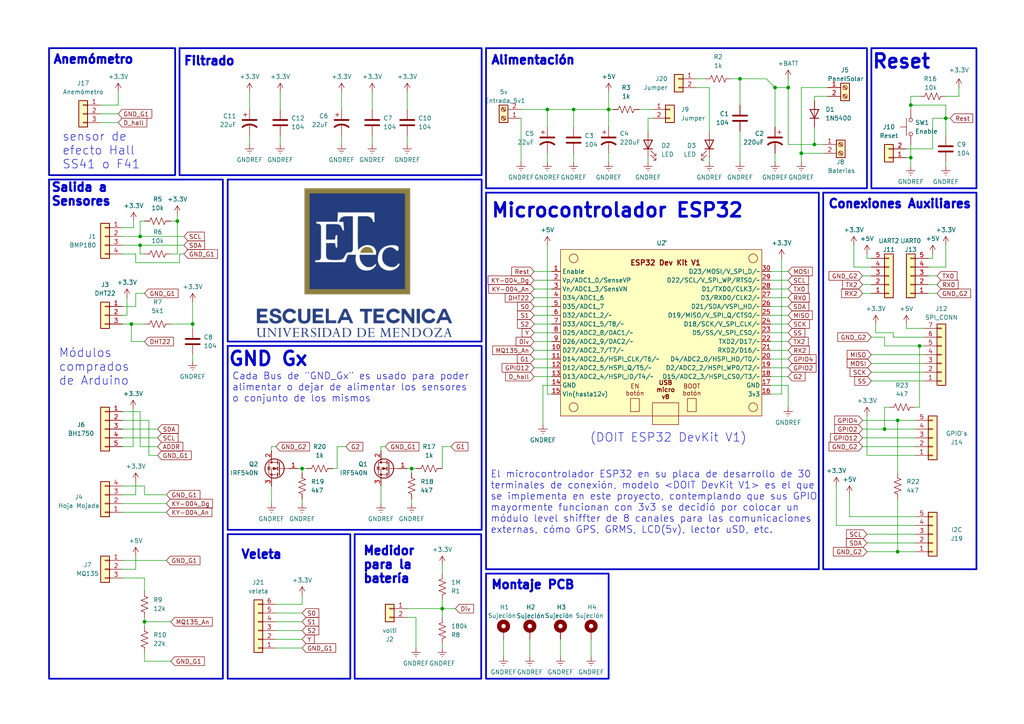
<source format=kicad_sch>
(kicad_sch (version 20231120) (generator "eeschema") (generator_version "8.0")
  (paper "A4")
  (title_block (title "Main Board EME (Estación Meteorológica Estática)") (date "2024-06-17") (rev "2.0") (company "ETec UM (Escuela Técnica de la Universidad de Mendoza).") (comment 1 "Agregado del manejo independiente de alimentaciones, según bloques de sensores.") (comment 2 "Codificador 74HC251 (no el LS ya que ese es TTL) para veleta y ahorrar pines.") (comment 3 "DOIT ESP32 DevKit V1, con regulador AMS1117 3.3 hasta 1A.") (comment 4 "Asegurar huella necesaria para el potenciometro del coomparador para el sensor SS41."))
  (lib_symbols
    (symbol "Connector:Screw_Terminal_01x02" (pin_names (offset 1.016) hide)
      (property "Reference" "J" (at 0 2.54 0))
      (property "Value" "Screw_Terminal_01x02" (at 0 -5.08 0))
      (symbol "Screw_Terminal_01x02_1_1"
        (pin passive line (at -5.08 0 0) (length 3.81) (name "Pin_1") (number "1"))
        (pin passive line (at -5.08 -2.54 0) (length 3.81) (name "Pin_2") (number "2"))
      )
    )
    (symbol "Connector_Generic:Conn_01x02" (pin_names (offset 1.016) hide)
      (property "Reference" "J" (at 0 2.54 0))
      (property "Value" "Conn_01x02" (at 0 -5.08 0))
      (symbol "Conn_01x02_1_1"
        (pin passive line (at -5.08 0 0) (length 3.81) (name "Pin_1") (number "1"))
        (pin passive line (at -5.08 -2.54 0) (length 3.81) (name "Pin_2") (number "2"))
      )
    )
    (symbol "Connector_Generic:Conn_01x03" (pin_names (offset 1.016) hide)
      (property "Reference" "J" (at 0 5.08 0))
      (property "Value" "Conn_01x03" (at 0 -5.08 0))
      (symbol "Conn_01x03_1_1"
        (pin passive line (at -5.08 2.54 0) (length 3.81) (name "Pin_1") (number "1"))
        (pin passive line (at -5.08 0 0) (length 3.81) (name "Pin_2") (number "2"))
        (pin passive line (at -5.08 -2.54 0) (length 3.81) (name "Pin_3") (number "3"))
      )
    )
    (symbol "Connector_Generic:Conn_01x04" (pin_names (offset 1.016) hide)
      (property "Reference" "J" (at 0 5.08 0))
      (property "Value" "Conn_01x04" (at 0 -7.62 0))
      (symbol "Conn_01x04_1_1"
        (pin passive line (at -5.08 2.54 0) (length 3.81) (name "Pin_1") (number "1"))
        (pin passive line (at -5.08 0 0) (length 3.81) (name "Pin_2") (number "2"))
        (pin passive line (at -5.08 -2.54 0) (length 3.81) (name "Pin_3") (number "3"))
        (pin passive line (at -5.08 -5.08 0) (length 3.81) (name "Pin_4") (number "4"))
      )
    )
    (symbol "Connector_Generic:Conn_01x05" (pin_names (offset 1.016) hide)
      (property "Reference" "J" (at 0 7.62 0))
      (property "Value" "Conn_01x05" (at 0 -7.62 0))
      (symbol "Conn_01x05_1_1"
        (pin passive line (at -5.08 5.08 0) (length 3.81) (name "Pin_1") (number "1"))
        (pin passive line (at -5.08 2.54 0) (length 3.81) (name "Pin_2") (number "2"))
        (pin passive line (at -5.08 0 0) (length 3.81) (name "Pin_3") (number "3"))
        (pin passive line (at -5.08 -2.54 0) (length 3.81) (name "Pin_4") (number "4"))
        (pin passive line (at -5.08 -5.08 0) (length 3.81) (name "Pin_5") (number "5"))
      )
    )
    (symbol "Connector_Generic:Conn_01x06" (pin_names (offset 1.016) hide)
      (property "Reference" "J" (at 0 7.62 0))
      (property "Value" "Conn_01x06" (at 0 -10.16 0))
      (symbol "Conn_01x06_1_1"
        (pin passive line (at -5.08 5.08 0) (length 3.81) (name "Pin_1") (number "1"))
        (pin passive line (at -5.08 2.54 0) (length 3.81) (name "Pin_2") (number "2"))
        (pin passive line (at -5.08 0 0) (length 3.81) (name "Pin_3") (number "3"))
        (pin passive line (at -5.08 -2.54 0) (length 3.81) (name "Pin_4") (number "4"))
        (pin passive line (at -5.08 -5.08 0) (length 3.81) (name "Pin_5") (number "5"))
        (pin passive line (at -5.08 -7.62 0) (length 3.81) (name "Pin_6") (number "6"))
      )
    )
    (symbol "Connector_Generic:Conn_01x07" (pin_names (offset 1.016) hide)
      (property "Reference" "J" (at 0 10.16 0))
      (property "Value" "Conn_01x07" (at 0 -10.16 0))
      (symbol "Conn_01x07_1_1"
        (pin passive line (at -5.08 7.62 0) (length 3.81) (name "Pin_1") (number "1"))
        (pin passive line (at -5.08 5.08 0) (length 3.81) (name "Pin_2") (number "2"))
        (pin passive line (at -5.08 2.54 0) (length 3.81) (name "Pin_3") (number "3"))
        (pin passive line (at -5.08 0 0) (length 3.81) (name "Pin_4") (number "4"))
        (pin passive line (at -5.08 -2.54 0) (length 3.81) (name "Pin_5") (number "5"))
        (pin passive line (at -5.08 -5.08 0) (length 3.81) (name "Pin_6") (number "6"))
        (pin passive line (at -5.08 -7.62 0) (length 3.81) (name "Pin_7") (number "7"))
      )
    )
    (symbol "Device:C" (pin_numbers hide) (pin_names (offset 0.254))
      (property "Reference" "C" (at 0.635 2.54 0))
      (property "Value" "C" (at 0.635 -2.54 0))
      (symbol "C_1_1"
        (pin passive line (at 0 3.81 270) (length 2.794) (name "~") (number "1"))
        (pin passive line (at 0 -3.81 90) (length 2.794) (name "~") (number "2"))
      )
    )
    (symbol "Device:C_Polarized_US" (pin_numbers hide) (pin_names (offset 0.254) hide)
      (property "Reference" "C" (at 0.635 2.54 0))
      (property "Value" "C_Polarized_US" (at 0.635 -2.54 0))
      (symbol "C_Polarized_US_1_1"
        (pin passive line (at 0 3.81 270) (length 2.794) (name "~") (number "1"))
        (pin passive line (at 0 -3.81 90) (length 3.302) (name "~") (number "2"))
      )
    )
    (symbol "Device:LED" (pin_numbers hide) (pin_names (offset 1.016) hide)
      (property "Reference" "D" (at 0 2.54 0))
      (property "Value" "LED" (at 0 -2.54 0))
      (symbol "LED_1_1"
        (pin passive line (at -3.81 0 0) (length 2.54) (name "K") (number "1"))
        (pin passive line (at 3.81 0 180) (length 2.54) (name "A") (number "2"))
      )
    )
    (symbol "Device:R_US" (pin_numbers hide) (pin_names (offset 0))
      (property "Reference" "R" (at 2.54 0 90))
      (property "Value" "R_US" (at -2.54 0 90))
      (symbol "R_US_1_1"
        (pin passive line (at 0 3.81 270) (length 1.27) (name "~") (number "1"))
        (pin passive line (at 0 -3.81 90) (length 1.27) (name "~") (number "2"))
      )
    )
    (symbol "Diode:1N5400" (pin_numbers hide) (pin_names hide)
      (property "Reference" "D" (at 0 2.54 0))
      (property "Value" "1N5400" (at 0 -2.54 0))
      (symbol "1N5400_1_1"
        (pin passive line (at -3.81 0 0) (length 2.54) (name "K") (number "1"))
        (pin passive line (at 3.81 0 180) (length 2.54) (name "A") (number "2"))
      )
    )
    (symbol "EME:ESP32_DevKit_V1"
      (property "Reference" "U" (at 0 0 0))
      (symbol "ESP32_DevKit_V1_1_1"
        (text "BOOT\nbotón\n" (at 7.62 -43.18 0) (effects (font (size 1.27 1.27))))
        (text "EN\nbotón\n" (at -8.89 -43.18 0) (effects (font (size 1.27 1.27))))
        (text "ESP32 Dev Kit V1\n" (at 0 -6.35 0) (effects (font (size 1.5 1.5) (bold yes))))
        (text "USB\nmicro\nv8\n" (at 0 -43.18 0) (effects (font (size 1.27 1.27) (bold yes))))
        (pin input line (at -33.02 -8.89 0) (length 2.54) (name "Enable") (number "1"))
        (pin bidirectional line (at -33.02 -31.75 0) (length 2.54) (name "D27/ADC2_7/T7/~") (number "10"))
        (pin bidirectional line (at -33.02 -34.29 0) (length 2.54) (name "D14/ADC2_6/HSPI_CLK/T6/~") (number "11"))
        (pin bidirectional line (at -33.02 -36.83 0) (length 2.54) (name "D12/ADC2_5/HSPI_Q/T5/~") (number "12"))
        (pin bidirectional line (at -33.02 -39.37 0) (length 2.54) (name "D13/ADC2_4/HSPI_ID/T4/~") (number "13"))
        (pin power_out line (at -33.02 -41.91 0) (length 2.54) (name "GND") (number "14"))
        (pin power_in line (at -33.02 -44.45 0) (length 2.54) (name "Vin(hasta12v)") (number "15"))
        (pin power_out line (at 30.48 -44.45 180) (length 2.54) (name "3v3") (number "16"))
        (pin power_in line (at 30.48 -41.91 180) (length 2.54) (name "GND") (number "17"))
        (pin bidirectional line (at 30.48 -39.37 180) (length 2.54) (name "D15/ADC2_3/HSPI_CS0/T3/~") (number "18"))
        (pin bidirectional line (at 30.48 -36.83 180) (length 2.54) (name "D2/ADC2_2/HSPI_WP0/T2/~") (number "19"))
        (pin input line (at -33.02 -11.43 0) (length 2.54) (name "Vp/ADC1_0/SenseVP") (number "2"))
        (pin bidirectional line (at 30.48 -34.29 180) (length 2.54) (name "D4/ADC2_0/HSPI_HD/T0/~") (number "20"))
        (pin bidirectional line (at 30.48 -31.75 180) (length 2.54) (name "RXD2/D16/~") (number "21"))
        (pin bidirectional line (at 30.48 -29.21 180) (length 2.54) (name "TXD2/D17/~") (number "22"))
        (pin bidirectional line (at 30.48 -26.67 180) (length 2.54) (name "D5/SS/V_SPI_CS0/~") (number "23"))
        (pin bidirectional line (at 30.48 -24.13 180) (length 2.54) (name "D18/SCK/V_SPI_CLK/~") (number "24"))
        (pin bidirectional line (at 30.48 -21.59 180) (length 2.54) (name "D19/MISO/V_SPI_Q/CTS0/~") (number "25"))
        (pin bidirectional line (at 30.48 -19.05 180) (length 2.54) (name "D21/SDA/VSPI_HD/~") (number "26"))
        (pin bidirectional line (at 30.48 -16.51 180) (length 2.54) (name "D3/RXD0/CLK2/~") (number "27"))
        (pin bidirectional line (at 30.48 -13.97 180) (length 2.54) (name "D1/TXD0/CLK3/~") (number "28"))
        (pin bidirectional line (at 30.48 -11.43 180) (length 2.54) (name "D22/SCL/V_SPI_WP/RTS0/~") (number "29"))
        (pin input line (at -33.02 -13.97 0) (length 2.54) (name "Vn/ADC1_3/SensVN") (number "3"))
        (pin bidirectional line (at 30.48 -8.89 180) (length 2.54) (name "D23/MOSI/V_SPI_D/~") (number "30"))
        (pin input line (at -33.02 -16.51 0) (length 2.54) (name "D34/ADC1_6") (number "4"))
        (pin input line (at -33.02 -19.05 0) (length 2.54) (name "D35/ADC1_7") (number "5"))
        (pin bidirectional line (at -33.02 -21.59 0) (length 2.54) (name "D32/ADC1_2/~") (number "6"))
        (pin bidirectional line (at -33.02 -24.13 0) (length 2.54) (name "D33/ADC1_5/T8/~") (number "7"))
        (pin bidirectional line (at -33.02 -26.67 0) (length 2.54) (name "D25/ADC2_8/DAC1/~") (number "8"))
        (pin bidirectional line (at -33.02 -29.21 0) (length 2.54) (name "D26/ADC2_9/DAC2/~") (number "9"))
      )
    )
    (symbol "Mechanical:MountingHole_Pad" (pin_numbers hide) (pin_names (offset 1.016) hide) (exclude_from_sim yes) (in_bom no)
      (property "Reference" "H" (at 0 6.35 0))
      (property "Value" "MountingHole_Pad" (at 0 4.445 0))
      (symbol "MountingHole_Pad_1_1"
        (pin input line (at 0 -2.54 90) (length 2.54) (name "1") (number "1"))
      )
    )
    (symbol "Switch:SW_Push" (pin_numbers hide) (pin_names (offset 1.016) hide)
      (property "Reference" "SW" (at 1.27 2.54 0))
      (property "Value" "SW_Push" (at 0 -1.524 0))
      (symbol "SW_Push_0_1"
        (pin passive line (at -5.08 0 0) (length 2.54) (name "1") (number "1"))
        (pin passive line (at 5.08 0 180) (length 2.54) (name "2") (number "2"))
      )
    )
    (symbol "Transistor_FET:IRF540N" (pin_names hide)
      (property "Reference" "Q" (at 6.35 1.905 0))
      (property "Value" "IRF540N" (at 6.35 0 0))
      (symbol "IRF540N_1_1"
        (pin input line (at -5.08 0 0) (length 2.54) (name "G") (number "1"))
        (pin passive line (at 2.54 5.08 270) (length 2.54) (name "D") (number "2"))
        (pin passive line (at 2.54 -5.08 90) (length 2.54) (name "S") (number "3"))
      )
    )
    (symbol "power:+3.3V" (power) (pin_names (offset 0))
      (property "Value" "+3.3V" (at 0 3.556 0))
      (symbol "+3.3V_1_1"
        (pin power_in line (at 0 0 90) (length 0) hide (name "+3.3V") (number "1"))
      )
    )
    (symbol "power:+5V" (power) (pin_names (offset 0))
      (property "Value" "+5V" (at 0 3.556 0))
      (symbol "+5V_1_1"
        (pin power_in line (at 0 0 90) (length 0) hide (name "+5V") (number "1"))
      )
    )
    (symbol "power:+BATT" (power) (pin_names (offset 0))
      (property "Value" "+BATT" (at 0 3.556 0))
      (symbol "+BATT_1_1"
        (pin power_in line (at 0 0 90) (length 0) hide (name "+BATT") (number "1"))
      )
    )
    (symbol "power:GNDREF" (power) (pin_names (offset 0))
      (property "Value" "GNDREF" (at 0 -3.81 0))
      (symbol "GNDREF_1_1"
        (pin power_in line (at 0 0 270) (length 0) hide (name "GNDREF") (number "1"))
      )
    )
  )
  (junction (at 232.41 44.45))
  (junction (at 264.16 30.48))
  (junction (at 264.16 45.72))
  (junction (at 256.54 124.46))
  (junction (at 87.63 135.89))
  (junction (at 128.27 176.53))
  (junction (at 266.7 100.33))
  (junction (at 119.38 135.89))
  (junction (at 166.37 31.75))
  (junction (at 41.91 180.34))
  (junction (at 176.53 31.75))
  (junction (at 38.1 93.98))
  (junction (at 214.63 22.86))
  (junction (at 236.22 41.91))
  (junction (at 55.88 93.98))
  (junction (at 228.6 25.4))
  (junction (at 51.435 64.135))
  (junction (at 40.64 68.58))
  (junction (at 260.35 121.92))
  (junction (at 158.75 31.75))
  (junction (at 40.64 71.12))
  (junction (at 260.35 160.02))
  (junction (at 224.79 25.4))
  (junction (at 274.32 34.29))
  (wire (pts (xy 34.29 26.67) (xy 34.29 30.48)))
  (wire (pts (xy 35.56 127) (xy 45.72 127)))
  (wire (pts (xy 251.46 132.08) (xy 265.43 132.08)))
  (wire (pts (xy 80.01 185.42) (xy 87.63 185.42)))
  (wire (pts (xy 260.35 160.02) (xy 265.43 160.02)))
  (wire (pts (xy 99.06 39.37) (xy 99.06 41.91)))
  (wire (pts (xy 43.18 132.08) (xy 45.72 132.08)))
  (wire (pts (xy 81.28 39.37) (xy 81.28 41.91)))
  (wire (pts (xy 128.27 176.53) (xy 128.27 179.07)))
  (wire (pts (xy 52.07 76.2) (xy 52.07 73.66)))
  (wire (pts (xy 51.435 73.66) (xy 51.435 64.135)))
  (wire (pts (xy 80.01 187.96) (xy 87.63 187.96)))
  (wire (pts (xy 205.74 25.4) (xy 201.93 25.4)))
  (wire (pts (xy 260.35 121.92) (xy 265.43 121.92)))
  (wire (pts (xy 41.91 64.135) (xy 40.64 64.135)))
  (wire (pts (xy 252.73 110.49) (xy 267.97 110.49)))
  (wire (pts (xy 242.57 140.97) (xy 242.57 152.4)))
  (wire (pts (xy 35.56 165.1) (xy 39.37 165.1)))
  (wire (pts (xy 40.64 68.58) (xy 53.34 68.58)))
  (wire (pts (xy 236.22 29.21) (xy 236.22 27.94)))
  (wire (pts (xy 274.32 46.99) (xy 274.32 48.26)))
  (wire (pts (xy 232.41 44.45) (xy 232.41 46.99)))
  (wire (pts (xy 160.02 99.06) (xy 154.94 99.06)))
  (wire (pts (xy 40.64 119.38) (xy 40.64 129.54)))
  (wire (pts (xy 176.53 44.45) (xy 176.53 46.99)))
  (wire (pts (xy 55.88 95.25) (xy 55.88 93.98)))
  (wire (pts (xy 118.11 176.53) (xy 128.27 176.53)))
  (wire (pts (xy 246.38 143.51) (xy 246.38 149.86)))
  (wire (pts (xy 223.52 81.28) (xy 228.6 81.28)))
  (wire (pts (xy 35.56 73.66) (xy 39.37 73.66)))
  (wire (pts (xy 250.19 124.46) (xy 256.54 124.46)))
  (wire (pts (xy 264.16 30.48) (xy 274.32 30.48)))
  (wire (pts (xy 39.37 85.09) (xy 39.37 88.9)))
  (wire (pts (xy 128.27 186.69) (xy 128.27 187.96)))
  (wire (pts (xy 41.91 73.66) (xy 40.64 73.66)))
  (wire (pts (xy 118.11 31.75) (xy 118.11 26.67)))
  (wire (pts (xy 128.27 129.54) (xy 130.81 129.54)))
  (wire (pts (xy 232.41 25.4) (xy 240.03 25.4)))
  (wire (pts (xy 262.89 95.25) (xy 267.97 95.25)))
  (wire (pts (xy 228.6 22.86) (xy 228.6 25.4)))
  (wire (pts (xy 128.27 129.54) (xy 128.27 135.89)))
  (wire (pts (xy 223.52 101.6) (xy 228.6 101.6)))
  (wire (pts (xy 154.94 101.6) (xy 160.02 101.6)))
  (wire (pts (xy 154.94 106.68) (xy 160.02 106.68)))
  (wire (pts (xy 259.08 96.52) (xy 259.08 97.79)))
  (wire (pts (xy 157.48 111.76) (xy 157.48 123.19)))
  (wire (pts (xy 224.79 25.4) (xy 224.79 36.83)))
  (wire (pts (xy 35.56 162.56) (xy 48.26 162.56)))
  (wire (pts (xy 176.53 36.83) (xy 176.53 31.75)))
  (wire (pts (xy 80.01 180.34) (xy 87.63 180.34)))
  (wire (pts (xy 223.52 93.98) (xy 228.6 93.98)))
  (wire (pts (xy 274.32 27.94) (xy 278.13 27.94)))
  (wire (pts (xy 158.75 44.45) (xy 158.75 46.99)))
  (wire (pts (xy 40.64 64.135) (xy 40.64 68.58)))
  (wire (pts (xy 119.38 135.89) (xy 120.65 135.89)))
  (wire (pts (xy 250.19 121.92) (xy 260.35 121.92)))
  (wire (pts (xy 176.53 31.75) (xy 177.8 31.75)))
  (wire (pts (xy 128.27 176.53) (xy 132.08 176.53)))
  (wire (pts (xy 223.52 88.9) (xy 228.6 88.9)))
  (wire (pts (xy 154.94 81.28) (xy 160.02 81.28)))
  (wire (pts (xy 212.09 22.86) (xy 214.63 22.86)))
  (wire (pts (xy 111.76 129.54) (xy 110.49 129.54)))
  (wire (pts (xy 107.95 39.37) (xy 107.95 41.91)))
  (wire (pts (xy 228.6 41.91) (xy 236.22 41.91)))
  (wire (pts (xy 80.01 175.26) (xy 87.63 175.26)))
  (wire (pts (xy 189.23 34.29) (xy 187.96 34.29)))
  (wire (pts (xy 223.52 78.74) (xy 228.6 78.74)))
  (wire (pts (xy 39.37 76.2) (xy 52.07 76.2)))
  (wire (pts (xy 41.91 191.77) (xy 49.53 191.77)))
  (wire (pts (xy 224.79 25.4) (xy 228.6 25.4)))
  (wire (pts (xy 153.67 185.42) (xy 153.67 190.5)))
  (wire (pts (xy 29.21 35.56) (xy 34.29 35.56)))
  (wire (pts (xy 185.42 31.75) (xy 189.23 31.75)))
  (wire (pts (xy 151.13 34.29) (xy 151.13 46.99)))
  (wire (pts (xy 223.52 109.22) (xy 228.6 109.22)))
  (wire (pts (xy 232.41 44.45) (xy 238.76 44.45)))
  (wire (pts (xy 176.53 26.67) (xy 176.53 31.75)))
  (wire (pts (xy 252.73 102.87) (xy 267.97 102.87)))
  (wire (pts (xy 41.91 180.34) (xy 49.53 180.34)))
  (wire (pts (xy 223.52 106.68) (xy 228.6 106.68)))
  (wire (pts (xy 119.38 135.89) (xy 119.38 137.16)))
  (wire (pts (xy 87.63 172.72) (xy 87.63 175.26)))
  (wire (pts (xy 160.02 91.44) (xy 154.94 91.44)))
  (wire (pts (xy 214.63 38.1) (xy 214.63 46.99)))
  (wire (pts (xy 118.11 135.89) (xy 119.38 135.89)))
  (wire (pts (xy 171.45 185.42) (xy 171.45 190.5)))
  (wire (pts (xy 232.41 25.4) (xy 232.41 44.45)))
  (wire (pts (xy 262.89 93.98) (xy 262.89 95.25)))
  (wire (pts (xy 157.48 111.76) (xy 160.02 111.76)))
  (wire (pts (xy 35.56 68.58) (xy 40.64 68.58)))
  (wire (pts (xy 251.46 154.94) (xy 265.43 154.94)))
  (wire (pts (xy 72.39 31.75) (xy 72.39 26.67)))
  (wire (pts (xy 87.63 135.89) (xy 87.63 137.16)))
  (wire (pts (xy 187.96 45.72) (xy 187.96 46.99)))
  (wire (pts (xy 205.74 45.72) (xy 205.74 46.99)))
  (wire (pts (xy 228.6 111.76) (xy 228.6 118.11)))
  (wire (pts (xy 264.16 27.94) (xy 264.16 30.48)))
  (wire (pts (xy 166.37 44.45) (xy 166.37 46.99)))
  (wire (pts (xy 160.02 96.52) (xy 154.94 96.52)))
  (wire (pts (xy 264.16 45.72) (xy 262.89 45.72)))
  (wire (pts (xy 250.19 127) (xy 265.43 127)))
  (wire (pts (xy 226.695 114.3) (xy 223.52 114.3)))
  (wire (pts (xy 271.78 85.09) (xy 269.24 85.09)))
  (wire (pts (xy 274.32 77.47) (xy 269.24 77.47)))
  (wire (pts (xy 35.56 121.92) (xy 43.18 121.92)))
  (wire (pts (xy 35.56 146.05) (xy 48.26 146.05)))
  (wire (pts (xy 34.29 30.48) (xy 29.21 30.48)))
  (wire (pts (xy 265.43 118.11) (xy 266.7 118.11)))
  (wire (pts (xy 38.1 93.98) (xy 41.91 93.98)))
  (wire (pts (xy 176.53 31.75) (xy 166.37 31.75)))
  (wire (pts (xy 158.75 36.83) (xy 158.75 31.75)))
  (wire (pts (xy 118.11 39.37) (xy 118.11 41.91)))
  (wire (pts (xy 40.64 71.12) (xy 53.34 71.12)))
  (wire (pts (xy 223.52 96.52) (xy 228.6 96.52)))
  (wire (pts (xy 278.13 25.4) (xy 278.13 27.94)))
  (wire (pts (xy 52.07 73.66) (xy 53.34 73.66)))
  (wire (pts (xy 41.91 180.34) (xy 41.91 181.61)))
  (wire (pts (xy 40.64 73.66) (xy 40.64 71.12)))
  (wire (pts (xy 246.38 149.86) (xy 265.43 149.86)))
  (wire (pts (xy 35.56 124.46) (xy 45.72 124.46)))
  (wire (pts (xy 39.37 85.09) (xy 41.91 85.09)))
  (wire (pts (xy 201.93 22.86) (xy 204.47 22.86)))
  (wire (pts (xy 80.01 177.8) (xy 87.63 177.8)))
  (wire (pts (xy 223.52 91.44) (xy 228.6 91.44)))
  (wire (pts (xy 41.91 143.51) (xy 48.26 143.51)))
  (wire (pts (xy 78.74 129.54) (xy 78.74 130.81)))
  (wire (pts (xy 49.53 93.98) (xy 55.88 93.98)))
  (wire (pts (xy 228.6 25.4) (xy 228.6 41.91)))
  (wire (pts (xy 266.7 100.33) (xy 266.7 118.11)))
  (wire (pts (xy 260.35 121.92) (xy 260.35 137.16)))
  (wire (pts (xy 41.91 167.64) (xy 41.91 171.45)))
  (wire (pts (xy 43.18 121.92) (xy 43.18 132.08)))
  (wire (pts (xy 80.01 182.88) (xy 87.63 182.88)))
  (wire (pts (xy 250.19 85.09) (xy 252.73 85.09)))
  (wire (pts (xy 154.94 88.9) (xy 160.02 88.9)))
  (wire (pts (xy 251.46 73.66) (xy 251.46 74.93)))
  (wire (pts (xy 154.94 104.14) (xy 160.02 104.14)))
  (wire (pts (xy 81.28 31.75) (xy 81.28 26.67)))
  (wire (pts (xy 38.735 64.135) (xy 38.735 66.04)))
  (wire (pts (xy 223.52 83.82) (xy 228.6 83.82)))
  (wire (pts (xy 154.94 78.74) (xy 160.02 78.74)))
  (wire (pts (xy 260.35 144.78) (xy 260.35 160.02)))
  (wire (pts (xy 35.56 140.97) (xy 41.91 140.97)))
  (wire (pts (xy 35.56 93.98) (xy 38.1 93.98)))
  (wire (pts (xy 97.79 135.89) (xy 96.52 135.89)))
  (wire (pts (xy 270.51 43.18) (xy 270.51 34.29)))
  (wire (pts (xy 247.65 77.47) (xy 252.73 77.47)))
  (wire (pts (xy 274.32 30.48) (xy 274.32 34.29)))
  (wire (pts (xy 256.54 124.46) (xy 265.43 124.46)))
  (wire (pts (xy 35.56 71.12) (xy 40.64 71.12)))
  (wire (pts (xy 250.19 82.55) (xy 252.73 82.55)))
  (wire (pts (xy 55.88 87.63) (xy 55.88 93.98)))
  (wire (pts (xy 72.39 39.37) (xy 72.39 41.91)))
  (wire (pts (xy 274.32 71.12) (xy 274.32 77.47)))
  (wire (pts (xy 35.56 119.38) (xy 40.64 119.38)))
  (wire (pts (xy 35.56 88.9) (xy 39.37 88.9)))
  (wire (pts (xy 264.16 31.75) (xy 264.16 30.48)))
  (wire (pts (xy 41.91 99.06) (xy 38.1 99.06)))
  (wire (pts (xy 154.94 83.82) (xy 160.02 83.82)))
  (wire (pts (xy 110.49 140.97) (xy 110.49 146.05)))
  (wire (pts (xy 97.79 129.54) (xy 97.79 135.89)))
  (wire (pts (xy 35.56 167.64) (xy 41.91 167.64)))
  (wire (pts (xy 214.63 22.86) (xy 222.25 22.86)))
  (wire (pts (xy 187.96 34.29) (xy 187.96 38.1)))
  (wire (pts (xy 262.89 43.18) (xy 270.51 43.18)))
  (wire (pts (xy 49.53 73.66) (xy 51.435 73.66)))
  (wire (pts (xy 270.51 34.29) (xy 274.32 34.29)))
  (wire (pts (xy 36.83 86.36) (xy 36.83 91.44)))
  (wire (pts (xy 223.52 86.36) (xy 228.6 86.36)))
  (wire (pts (xy 38.608 118.618) (xy 38.608 129.54)))
  (wire (pts (xy 205.74 25.4) (xy 205.74 38.1)))
  (wire (pts (xy 154.94 86.36) (xy 160.02 86.36)))
  (wire (pts (xy 223.52 99.06) (xy 228.6 99.06)))
  (wire (pts (xy 86.36 135.89) (xy 87.63 135.89)))
  (wire (pts (xy 120.65 179.07) (xy 120.65 187.96)))
  (wire (pts (xy 162.56 185.42) (xy 162.56 190.5)))
  (wire (pts (xy 228.6 111.76) (xy 223.52 111.76)))
  (wire (pts (xy 256.54 100.33) (xy 266.7 100.33)))
  (wire (pts (xy 251.46 157.48) (xy 265.43 157.48)))
  (wire (pts (xy 252.73 97.79) (xy 256.54 97.79)))
  (wire (pts (xy 166.37 31.75) (xy 166.37 36.83)))
  (wire (pts (xy 271.78 80.01) (xy 269.24 80.01)))
  (wire (pts (xy 160.02 93.98) (xy 154.94 93.98)))
  (wire (pts (xy 270.51 73.66) (xy 270.51 74.93)))
  (wire (pts (xy 158.75 114.3) (xy 160.02 114.3)))
  (wire (pts (xy 271.78 82.55) (xy 269.24 82.55)))
  (wire (pts (xy 236.22 27.94) (xy 240.03 27.94)))
  (wire (pts (xy 100.33 129.54) (xy 97.79 129.54)))
  (wire (pts (xy 35.56 129.54) (xy 38.608 129.54)))
  (wire (pts (xy 151.13 31.75) (xy 158.75 31.75)))
  (wire (pts (xy 256.54 97.79) (xy 256.54 100.33)))
  (wire (pts (xy 226.695 74.93) (xy 226.695 114.3)))
  (wire (pts (xy 35.56 148.59) (xy 48.26 148.59)))
  (wire (pts (xy 264.16 41.91) (xy 264.16 45.72)))
  (wire (pts (xy 266.7 100.33) (xy 267.97 100.33)))
  (wire (pts (xy 39.37 73.66) (xy 39.37 76.2)))
  (wire (pts (xy 41.91 179.07) (xy 41.91 180.34)))
  (wire (pts (xy 118.11 179.07) (xy 120.65 179.07)))
  (wire (pts (xy 41.91 189.23) (xy 41.91 191.77)))
  (wire (pts (xy 78.74 140.97) (xy 78.74 146.05)))
  (wire (pts (xy 38.735 66.04) (xy 35.56 66.04)))
  (wire (pts (xy 128.27 163.83) (xy 128.27 166.37)))
  (wire (pts (xy 39.37 139.7) (xy 39.37 143.51)))
  (wire (pts (xy 55.88 102.87) (xy 55.88 104.775)))
  (wire (pts (xy 250.19 129.54) (xy 265.43 129.54)))
  (wire (pts (xy 257.81 118.11) (xy 256.54 118.11)))
  (wire (pts (xy 254 96.52) (xy 259.08 96.52)))
  (wire (pts (xy 264.16 45.72) (xy 264.16 48.26)))
  (wire (pts (xy 110.49 129.54) (xy 110.49 130.81)))
  (wire (pts (xy 236.22 41.91) (xy 238.76 41.91)))
  (wire (pts (xy 242.57 152.4) (xy 265.43 152.4)))
  (wire (pts (xy 80.01 129.54) (xy 78.74 129.54)))
  (wire (pts (xy 35.56 143.51) (xy 39.37 143.51)))
  (wire (pts (xy 247.65 71.12) (xy 247.65 77.47)))
  (wire (pts (xy 38.1 93.98) (xy 38.1 99.06)))
  (wire (pts (xy 251.46 120.65) (xy 251.46 132.08)))
  (wire (pts (xy 252.73 107.95) (xy 267.97 107.95)))
  (wire (pts (xy 259.08 97.79) (xy 267.97 97.79)))
  (wire (pts (xy 270.51 74.93) (xy 269.24 74.93)))
  (wire (pts (xy 224.79 44.45) (xy 224.79 46.99)))
  (wire (pts (xy 251.46 74.93) (xy 252.73 74.93)))
  (wire (pts (xy 252.73 105.41) (xy 267.97 105.41)))
  (wire (pts (xy 36.83 91.44) (xy 35.56 91.44)))
  (wire (pts (xy 146.05 185.42) (xy 146.05 190.5)))
  (wire (pts (xy 128.27 173.99) (xy 128.27 176.53)))
  (wire (pts (xy 223.52 104.14) (xy 228.6 104.14)))
  (wire (pts (xy 29.21 33.02) (xy 34.29 33.02)))
  (wire (pts (xy 39.37 161.29) (xy 39.37 165.1)))
  (wire (pts (xy 99.06 31.75) (xy 99.06 26.67)))
  (wire (pts (xy 119.38 144.78) (xy 119.38 146.05)))
  (wire (pts (xy 158.75 31.75) (xy 166.37 31.75)))
  (wire (pts (xy 158.75 71.12) (xy 158.75 114.3)))
  (wire (pts (xy 107.95 31.75) (xy 107.95 26.67)))
  (wire (pts (xy 254 93.98) (xy 254 96.52)))
  (wire (pts (xy 274.32 34.29) (xy 275.59 34.29)))
  (wire (pts (xy 256.54 118.11) (xy 256.54 124.46)))
  (wire (pts (xy 266.7 27.94) (xy 264.16 27.94)))
  (wire (pts (xy 214.63 22.86) (xy 214.63 30.48)))
  (wire (pts (xy 154.94 109.22) (xy 160.02 109.22)))
  (wire (pts (xy 41.91 140.97) (xy 41.91 143.51)))
  (wire (pts (xy 87.63 135.89) (xy 88.9 135.89)))
  (wire (pts (xy 40.64 129.54) (xy 45.72 129.54)))
  (wire (pts (xy 49.53 64.135) (xy 51.435 64.135)))
  (wire (pts (xy 236.22 36.83) (xy 236.22 41.91)))
  (wire (pts (xy 87.63 144.78) (xy 87.63 146.05)))
  (wire (pts (xy 250.19 80.01) (xy 252.73 80.01)))
  (wire (pts (xy 51.435 62.23) (xy 51.435 64.135)))
  (wire (pts (xy 251.46 160.02) (xy 260.35 160.02)))
  (wire (pts (xy 222.25 22.86) (xy 224.79 25.4)))
  (wire (pts (xy 274.32 34.29) (xy 274.32 39.37)))
  (rectangle (start 66.04 100.33) (end 139.7 153.67) (stroke (width 0.5)))
  (rectangle (start 14.224 52.07) (end 64.643 196.85) (stroke (width 0.5)))
  (rectangle (start 14.224 13.97) (end 50.8 50.8) (stroke (width 0.5)))
  (rectangle (start 140.97 166.37) (end 176.53 196.85) (stroke (width 0.5)))
  (rectangle (start 238.76 55.88) (end 283.21 165.1) (stroke (width 0.5)))
  (rectangle (start 252.73 13.97) (end 283.21 54.61) (stroke (width 0.5)))
  (rectangle (start 52.07 13.97) (end 139.7 50.8) (stroke (width 0.5)))
  (rectangle (start 140.97 13.97) (end 251.46 54.61) (stroke (width 0.5)))
  (rectangle (start 66.04 52.07) (end 139.7 99.06) (stroke (width 0.5)))
  (rectangle (start 140.97 55.88) (end 237.49 165.1) (stroke (width 0.5)))
  (rectangle (start 66.04 154.94) (end 101.6 196.85) (stroke (width 0.5)))
  (rectangle (start 102.87 154.94) (end 139.573 196.85) (stroke (width 0.5)))
  (image (at 102.87 76.2) (scale 0.373706))
  (text "Salida a\nSensores\n\n" (at 14.732 64.008 0) (effects (font (size 2.5 2.5) (thickness 0.8) (bold yes)) (justify left bottom)))
  (text "GND Gx\n\n" (at 66.04 113.03 0) (effects (font (size 4 4) (thickness 0.8) (bold yes)) (justify left bottom)))
  (text "Anemómetro\n\n" (at 15.24 22.86 0) (effects (font (size 2.5 2.5) (thickness 0.8) (bold yes)) (justify left bottom)))
  (text "Cada Bus de \"GND_Gx\" es usado para poder \nalimentar o dejar de alimentar los sensores \no conjunto de los mismos\n" (at 67.31 116.84 0) (effects (font (size 2 2)) (justify left bottom)))
  (text "sensor de\nefecto Hall\nSS41 o F41\n" (at 18.034 49.276 0) (effects (font (size 2.5 2.5)) (justify left bottom)))
  (text "El microcontrolador ESP32 en su placa de desarrollo de 30\nterminales de conexión, modelo <DOIT DevKit V1> es el que\nse implementa en este proyecto, contemplando que sus GPIO\nmayormente funcionan con 3v3 se decidió por colocar un \nmódulo level shiffter de 8 canales para las comunicaciones\nexternas, cómo GPS, GRMS, LCD(5v), lector uSD, etc.\n" (at 142.24 154.94 0) (effects (font (size 2 2)) (justify left bottom)))
  (text "Microcontrolador ESP32\n" (at 142.24 63.5 0) (effects (font (size 4 4) (thickness 0.8) (bold yes)) (justify left bottom)))
  (text "Medidor\npara la\nbatería\n" (at 105.156 169.418 0) (effects (font (size 2.5 2.5) (thickness 0.8) (bold yes)) (justify left bottom)))
  (text "Veleta\n" (at 69.723 162.433 0) (effects (font (size 2.5 2.5) (thickness 0.8) (bold yes)) (justify left bottom)))
  (text "Módulos\ncomprados\nde Arduino\n" (at 17.018 112.014 0) (effects (font (size 2.5 2.5)) (justify left bottom)))
  (text "Reset\n" (at 252.73 20.32 0) (effects (font (size 4 4) (thickness 0.8) (bold yes)) (justify left bottom)))
  (text "Alimentación" (at 142.24 19.05 0) (effects (font (size 2.5 2.5) (thickness 0.8) (bold yes)) (justify left bottom)))
  (text "Montaje PCB\n\n" (at 142.24 175.26 0) (effects (font (size 2.5 2.5) (thickness 0.8) (bold yes)) (justify left bottom)))
  (text "Filtrado" (at 53.086 19.304 0) (effects (font (size 2.5 2.5) (thickness 0.8) (bold yes)) (justify left bottom)))
  (text "(DOIT ESP32 DevKit V1)" (at 171.069 128.524 0) (effects (font (size 2.5 2.5)) (justify left bottom)))
  (text "Conexiones Auxiliares\n\n" (at 240.03 64.77 0) (effects (font (size 2.5 2.5) (thickness 0.8) (bold yes)) (justify left bottom)))
  (global_label "SCL" (shape input) (at 45.72 127 0) (property "Intersheetrefs" "${INTERSHEET_REFS}" (effects (hide yes))))
  (global_label "GND_G1" (shape input) (at 45.72 132.08 0) (property "Intersheetrefs" "${INTERSHEET_REFS}" (effects (hide yes))))
  (global_label "SCL" (shape input) (at 53.34 68.58 0) (property "Intersheetrefs" "${INTERSHEET_REFS}" (effects (hide yes))))
  (global_label "MQ135_An" (shape input) (at 154.94 101.6 180) (property "Intersheetrefs" "${INTERSHEET_REFS}" (effects (hide yes))))
  (global_label "Rest" (shape input) (at 275.59 34.29 0) (property "Intersheetrefs" "${INTERSHEET_REFS}" (effects (hide yes))))
  (global_label "SDA" (shape input) (at 228.6 88.9 0) (property "Intersheetrefs" "${INTERSHEET_REFS}" (effects (hide yes))))
  (global_label "Y" (shape input) (at 87.63 185.42 0) (property "Intersheetrefs" "${INTERSHEET_REFS}" (effects (hide yes))))
  (global_label "GND_G1" (shape input) (at 34.29 33.02 0) (property "Intersheetrefs" "${INTERSHEET_REFS}" (effects (hide yes))))
  (global_label "S2" (shape input) (at 87.63 182.88 0) (property "Intersheetrefs" "${INTERSHEET_REFS}" (effects (hide yes))))
  (global_label "GND_G1" (shape input) (at 53.34 73.66 0) (property "Intersheetrefs" "${INTERSHEET_REFS}" (effects (hide yes))))
  (global_label "MISO" (shape input) (at 252.73 102.87 180) (property "Intersheetrefs" "${INTERSHEET_REFS}" (effects (hide yes))))
  (global_label "DHT22" (shape input) (at 41.91 99.06 0) (property "Intersheetrefs" "${INTERSHEET_REFS}" (effects (hide yes))))
  (global_label "SCK" (shape input) (at 252.73 107.95 180) (property "Intersheetrefs" "${INTERSHEET_REFS}" (effects (hide yes))))
  (global_label "MOSI" (shape input) (at 252.73 105.41 180) (property "Intersheetrefs" "${INTERSHEET_REFS}" (effects (hide yes))))
  (global_label "GND_G1" (shape input) (at 48.26 143.51 0) (property "Intersheetrefs" "${INTERSHEET_REFS}" (effects (hide yes))))
  (global_label "SCL" (shape input) (at 228.6 81.28 0) (property "Intersheetrefs" "${INTERSHEET_REFS}" (effects (hide yes))))
  (global_label "RX0" (shape input) (at 271.78 82.55 0) (property "Intersheetrefs" "${INTERSHEET_REFS}" (effects (hide yes))))
  (global_label "D_hall" (shape input) (at 34.29 35.56 0) (property "Intersheetrefs" "${INTERSHEET_REFS}" (effects (hide yes))))
  (global_label "GND_G1" (shape input) (at 41.91 85.09 0) (property "Intersheetrefs" "${INTERSHEET_REFS}" (effects (hide yes))))
  (global_label "SDA" (shape input) (at 45.72 124.46 0) (property "Intersheetrefs" "${INTERSHEET_REFS}" (effects (hide yes))))
  (global_label "G2" (shape input) (at 100.33 129.54 0) (property "Intersheetrefs" "${INTERSHEET_REFS}" (effects (hide yes))))
  (global_label "Y" (shape input) (at 154.94 96.52 180) (property "Intersheetrefs" "${INTERSHEET_REFS}" (effects (hide yes))))
  (global_label "GND_G2" (shape input) (at 80.01 129.54 0) (property "Intersheetrefs" "${INTERSHEET_REFS}" (effects (hide yes))))
  (global_label "D_hall" (shape input) (at 154.94 109.22 180) (property "Intersheetrefs" "${INTERSHEET_REFS}" (effects (hide yes))))
  (global_label "GND_G1" (shape input) (at 49.53 191.77 0) (property "Intersheetrefs" "${INTERSHEET_REFS}" (effects (hide yes))))
  (global_label "G1" (shape input) (at 130.81 129.54 0) (property "Intersheetrefs" "${INTERSHEET_REFS}" (effects (hide yes))))
  (global_label "Div" (shape input) (at 154.94 99.06 180) (property "Intersheetrefs" "${INTERSHEET_REFS}" (effects (hide yes))))
  (global_label "GPIO2" (shape input) (at 228.6 106.68 0) (property "Intersheetrefs" "${INTERSHEET_REFS}" (effects (hide yes))))
  (global_label "GND_G2" (shape input) (at 251.46 160.02 180) (property "Intersheetrefs" "${INTERSHEET_REFS}" (effects (hide yes))))
  (global_label "S1" (shape input) (at 87.63 180.34 0) (property "Intersheetrefs" "${INTERSHEET_REFS}" (effects (hide yes))))
  (global_label "GND_G1" (shape input) (at 87.63 187.96 0) (property "Intersheetrefs" "${INTERSHEET_REFS}" (effects (hide yes))))
  (global_label "RX2" (shape input) (at 228.6 101.6 0) (property "Intersheetrefs" "${INTERSHEET_REFS}" (effects (hide yes))))
  (global_label "MOSI" (shape input) (at 228.6 78.74 0) (property "Intersheetrefs" "${INTERSHEET_REFS}" (effects (hide yes))))
  (global_label "SS" (shape input) (at 252.73 110.49 180) (property "Intersheetrefs" "${INTERSHEET_REFS}" (effects (hide yes))))
  (global_label "RX0" (shape input) (at 228.6 86.36 0) (property "Intersheetrefs" "${INTERSHEET_REFS}" (effects (hide yes))))
  (global_label "Rest" (shape input) (at 154.94 78.74 180) (property "Intersheetrefs" "${INTERSHEET_REFS}" (effects (hide yes))))
  (global_label "GPIO12" (shape input) (at 250.19 127 180) (property "Intersheetrefs" "${INTERSHEET_REFS}" (effects (hide yes))))
  (global_label "G1" (shape input) (at 154.94 104.14 180) (property "Intersheetrefs" "${INTERSHEET_REFS}" (effects (hide yes))))
  (global_label "MQ135_An" (shape input) (at 49.53 180.34 0) (property "Intersheetrefs" "${INTERSHEET_REFS}" (effects (hide yes))))
  (global_label "S0" (shape input) (at 87.63 177.8 0) (property "Intersheetrefs" "${INTERSHEET_REFS}" (effects (hide yes))))
  (global_label "KY-004_An" (shape input) (at 154.94 83.82 180) (property "Intersheetrefs" "${INTERSHEET_REFS}" (effects (hide yes))))
  (global_label "MISO" (shape input) (at 228.6 91.44 0) (property "Intersheetrefs" "${INTERSHEET_REFS}" (effects (hide yes))))
  (global_label "TX2" (shape input) (at 250.19 82.55 180) (property "Intersheetrefs" "${INTERSHEET_REFS}" (effects (hide yes))))
  (global_label "TX0" (shape input) (at 271.78 80.01 0) (property "Intersheetrefs" "${INTERSHEET_REFS}" (effects (hide yes))))
  (global_label "GPIO4" (shape input) (at 228.6 104.14 0) (property "Intersheetrefs" "${INTERSHEET_REFS}" (effects (hide yes))))
  (global_label "GPIO12" (shape input) (at 154.94 106.68 180) (property "Intersheetrefs" "${INTERSHEET_REFS}" (effects (hide yes))))
  (global_label "G2" (shape input) (at 228.6 109.22 0) (property "Intersheetrefs" "${INTERSHEET_REFS}" (effects (hide yes))))
  (global_label "GND_G2" (shape input) (at 252.73 97.79 180) (property "Intersheetrefs" "${INTERSHEET_REFS}" (effects (hide yes))))
  (global_label "GND_G1" (shape input) (at 48.26 162.56 0) (property "Intersheetrefs" "${INTERSHEET_REFS}" (effects (hide yes))))
  (global_label "ADDR" (shape input) (at 45.72 129.54 0) (property "Intersheetrefs" "${INTERSHEET_REFS}" (effects (hide yes))))
  (global_label "GPIO4" (shape input) (at 250.19 121.92 180) (property "Intersheetrefs" "${INTERSHEET_REFS}" (effects (hide yes))))
  (global_label "GND_G1" (shape input) (at 111.76 129.54 0) (property "Intersheetrefs" "${INTERSHEET_REFS}" (effects (hide yes))))
  (global_label "GND_G2" (shape input) (at 271.78 85.09 0) (property "Intersheetrefs" "${INTERSHEET_REFS}" (effects (hide yes))))
  (global_label "GPIO2" (shape input) (at 250.19 124.46 180) (property "Intersheetrefs" "${INTERSHEET_REFS}" (effects (hide yes))))
  (global_label "RX2" (shape input) (at 250.19 85.09 180) (property "Intersheetrefs" "${INTERSHEET_REFS}" (effects (hide yes))))
  (global_label "SS" (shape input) (at 228.6 96.52 0) (property "Intersheetrefs" "${INTERSHEET_REFS}" (effects (hide yes))))
  (global_label "SDA" (shape input) (at 53.34 71.12 0) (property "Intersheetrefs" "${INTERSHEET_REFS}" (effects (hide yes))))
  (global_label "KY-004_Dg" (shape input) (at 48.26 146.05 0) (property "Intersheetrefs" "${INTERSHEET_REFS}" (effects (hide yes))))
  (global_label "SCL" (shape input) (at 251.46 154.94 180) (property "Intersheetrefs" "${INTERSHEET_REFS}" (effects (hide yes))))
  (global_label "TX0" (shape input) (at 228.6 83.82 0) (property "Intersheetrefs" "${INTERSHEET_REFS}" (effects (hide yes))))
  (global_label "S2" (shape input) (at 154.94 93.98 180) (property "Intersheetrefs" "${INTERSHEET_REFS}" (effects (hide yes))))
  (global_label "TX2" (shape input) (at 228.6 99.06 0) (property "Intersheetrefs" "${INTERSHEET_REFS}" (effects (hide yes))))
  (global_label "GND_G2" (shape input) (at 250.19 80.01 180) (property "Intersheetrefs" "${INTERSHEET_REFS}" (effects (hide yes))))
  (global_label "KY-004_An" (shape input) (at 48.26 148.59 0) (property "Intersheetrefs" "${INTERSHEET_REFS}" (effects (hide yes))))
  (global_label "GND_G2" (shape input) (at 250.19 129.54 180) (property "Intersheetrefs" "${INTERSHEET_REFS}" (effects (hide yes))))
  (global_label "SCK" (shape input) (at 228.6 93.98 0) (property "Intersheetrefs" "${INTERSHEET_REFS}" (effects (hide yes))))
  (global_label "S1" (shape input) (at 154.94 91.44 180) (property "Intersheetrefs" "${INTERSHEET_REFS}" (effects (hide yes))))
  (global_label "S0" (shape input) (at 154.94 88.9 180) (property "Intersheetrefs" "${INTERSHEET_REFS}" (effects (hide yes))))
  (global_label "Div" (shape input) (at 132.08 176.53 0) (property "Intersheetrefs" "${INTERSHEET_REFS}" (effects (hide yes))))
  (global_label "SDA" (shape input) (at 251.46 157.48 180) (property "Intersheetrefs" "${INTERSHEET_REFS}" (effects (hide yes))))
  (global_label "DHT22" (shape input) (at 154.94 86.36 180) (property "Intersheetrefs" "${INTERSHEET_REFS}" (effects (hide yes))))
  (global_label "KY-004_Dg" (shape input) (at 154.94 81.28 180) (property "Intersheetrefs" "${INTERSHEET_REFS}" (effects (hide yes))))
  (symbol (lib_id "Connector_Generic:Conn_01x04") (at 30.48 146.05 180) (unit 1)
    (property "Reference" "J4" (at 22.86 144.145 0))
    (property "Value" "Hoja Mojada" (at 22.86 146.685 0))
    (property "Footprint" "Connector_PinHeader_2.54mm:PinHeader_1x04_P2.54mm_Vertical" (effects (hide yes)))
  )
  (symbol (lib_id "Transistor_FET:IRF540N") (at 113.03 135.89 0) (mirror y) (unit 1)
    (property "Reference" "Q1" (at 106.68 134.62 0) (effects (justify left)))
    (property "Value" "IRF540N" (at 106.68 137.16 0) (effects (justify left)))
    (property "Footprint" "Package_TO_SOT_THT:TO-220-3_Vertical" (effects (hide yes)))
    (property "Datasheet" "http://www.irf.com/product-info/datasheets/data/irf540n.pdf" (effects (hide yes)))
  )
  (symbol (lib_id "Connector_Generic:Conn_01x07") (at 273.05 102.87 0) (mirror x) (unit 1)
    (property "Reference" "J12" (at 273.05 89.535 0))
    (property "Value" "SPI_CONN" (at 273.05 92.075 0))
    (property "Footprint" "Connector_PinHeader_2.54mm:PinHeader_1x07_P2.54mm_Vertical" (effects (hide yes)))
  )
  (symbol (lib_id "power:GNDREF") (at 153.67 190.5 0) (unit 1)
    (property "Reference" "#PWR060" (effects (hide yes)))
    (property "Value" "GNDREF" (at 153.67 194.945 0))
  )
  (symbol (lib_id "power:GNDREF") (at 151.13 46.99 0) (unit 1)
    (property "Reference" "#PWR08" (effects (hide yes)))
    (property "Value" "GNDREF" (at 151.13 51.435 0))
  )
  (symbol (lib_id "power:+5V") (at 176.53 26.67 0) (unit 1)
    (property "Reference" "#PWR03" (effects (hide yes)))
    (property "Value" "+5V" (at 176.53 22.225 0))
  )
  (symbol (lib_id "power:GNDREF") (at 162.56 190.5 0) (unit 1)
    (property "Reference" "#PWR025" (effects (hide yes)))
    (property "Value" "GNDREF" (at 162.56 194.945 0))
  )
  (symbol (lib_id "Device:C") (at 274.32 43.18 0) (unit 1)
    (property "Reference" "C9" (at 277.495 41.91 0) (effects (justify left)))
    (property "Value" "104" (at 277.495 44.45 0) (effects (justify left)))
    (property "Footprint" "Capacitor_THT:C_Disc_D4.3mm_W1.9mm_P5.00mm" (effects (hide yes)))
  )
  (symbol (lib_id "power:GNDREF") (at 110.49 146.05 0) (unit 1)
    (property "Reference" "#PWR064" (effects (hide yes)))
    (property "Value" "GNDREF" (at 110.49 150.495 0))
  )
  (symbol (lib_id "Connector_Generic:Conn_01x05") (at 270.51 154.94 0) (mirror x) (unit 1)
    (property "Reference" "J19" (at 277.495 156.21 0))
    (property "Value" "I2C" (at 277.495 153.67 0))
    (property "Footprint" "Connector_PinHeader_2.54mm:PinHeader_1x05_P2.54mm_Vertical" (effects (hide yes)))
  )
  (symbol (lib_id "power:GNDREF") (at 146.05 190.5 0) (unit 1)
    (property "Reference" "#PWR061" (effects (hide yes)))
    (property "Value" "GNDREF" (at 146.05 194.945 0))
  )
  (symbol (lib_id "power:GNDREF") (at 228.6 118.11 0) (mirror y) (unit 1)
    (property "Reference" "#PWR036" (effects (hide yes)))
    (property "Value" "GNDREF" (at 228.6 122.555 0))
  )
  (symbol (lib_id "power:GNDREF") (at 171.45 190.5 0) (unit 1)
    (property "Reference" "#PWR059" (effects (hide yes)))
    (property "Value" "GNDREF" (at 171.45 194.945 0))
  )
  (symbol (lib_id "Device:R_US") (at 119.38 140.97 180) (unit 1)
    (property "Reference" "R18" (at 121.92 139.7 0) (effects (justify right)))
    (property "Value" "4k7" (at 121.92 142.24 0) (effects (justify right)))
    (property "Footprint" "Resistor_THT:R_Axial_DIN0207_L6.3mm_D2.5mm_P10.16mm_Horizontal" (effects (hide yes)))
  )
  (symbol (lib_id "power:+3.3V") (at 72.39 26.67 0) (unit 1)
    (property "Reference" "#PWR040" (effects (hide yes)))
    (property "Value" "+3.3V" (at 72.39 22.225 0))
  )
  (symbol (lib_id "power:+5V") (at 158.75 71.12 0) (unit 1)
    (property "Reference" "#PWR035" (effects (hide yes)))
    (property "Value" "+5V" (at 158.75 66.675 0))
  )
  (symbol (lib_id "power:+BATT") (at 228.6 22.86 0) (mirror y) (unit 1)
    (property "Reference" "#PWR02" (effects (hide yes)))
    (property "Value" "+BATT" (at 228.6 18.415 0))
  )
  (symbol (lib_id "power:+5V") (at 39.37 161.29 0) (unit 1)
    (property "Reference" "#PWR039" (effects (hide yes)))
    (property "Value" "+5V" (at 39.37 156.845 0))
  )
  (symbol (lib_id "Device:C_Polarized_US") (at 224.79 40.64 0) (mirror y) (unit 1)
    (property "Reference" "C2" (at 221.615 38.735 0) (effects (justify left)))
    (property "Value" "220uF" (at 221.615 41.275 0) (effects (justify left)))
    (property "Footprint" "Capacitor_THT:C_Radial_D8.0mm_H11.5mm_P3.50mm" (effects (hide yes)))
  )
  (symbol (lib_id "power:+3.3V") (at 38.735 64.135 0) (unit 1)
    (property "Reference" "#PWR055" (effects (hide yes)))
    (property "Value" "+3.3V" (at 38.735 59.69 0))
  )
  (symbol (lib_id "Device:C_Polarized_US") (at 99.06 35.56 0) (unit 1)
    (property "Reference" "C6" (at 95.25 33.6549 0) (effects (justify right)))
    (property "Value" "22uF" (at 95.25 36.1949 0) (effects (justify right)))
    (property "Footprint" "Capacitor_THT:C_Radial_D8.0mm_H7.0mm_P3.50mm" (effects (hide yes)))
  )
  (symbol (lib_id "power:GNDREF") (at 55.88 104.775 0) (unit 1)
    (property "Reference" "#PWR032" (effects (hide yes)))
    (property "Value" "GNDREF" (at 55.88 109.22 0))
  )
  (symbol (lib_id "Mechanical:MountingHole_Pad") (at 153.67 182.88 0) (unit 1) (exclude_from_sim yes) (in_bom no)
    (property "Reference" "H2" (at 152.5541 176.0994 0) (effects (justify left)))
    (property "Value" "Sujeción" (at 149.7601 178.6394 0) (effects (justify left)))
    (property "Footprint" "MountingHole:MountingHole_3.5mm_Pad" (effects (hide yes)))
    (property "Description" "Mounting Hole with connection" (effects (hide yes)))
  )
  (symbol (lib_id "Device:C_Polarized_US") (at 176.53 40.64 0) (unit 1)
    (property "Reference" "C4" (at 179.705 38.735 0) (effects (justify left)))
    (property "Value" "220uF" (at 179.705 41.275 0) (effects (justify left)))
    (property "Footprint" "Capacitor_THT:C_Radial_D8.0mm_H11.5mm_P3.50mm" (effects (hide yes)))
  )
  (symbol (lib_id "power:GNDREF") (at 214.63 46.99 0) (unit 1)
    (property "Reference" "#PWR017" (effects (hide yes)))
    (property "Value" "GNDREF" (at 214.63 51.435 0))
  )
  (symbol (lib_id "power:GNDREF") (at 176.53 46.99 0) (unit 1)
    (property "Reference" "#PWR07" (effects (hide yes)))
    (property "Value" "GNDREF" (at 176.53 51.435 0))
  )
  (symbol (lib_id "Connector_Generic:Conn_01x03") (at 30.48 91.44 0) (mirror y) (unit 1)
    (property "Reference" "J3" (at 30.48 82.55 0))
    (property "Value" "DHT22" (at 30.48 85.09 0))
    (property "Footprint" "Connector_PinHeader_2.54mm:PinHeader_1x03_P2.54mm_Vertical" (effects (hide yes)))
  )
  (symbol (lib_id "power:+3.3V") (at 274.32 71.12 0) (mirror y) (unit 1)
    (property "Reference" "#PWR014" (effects (hide yes)))
    (property "Value" "+3.3V" (at 274.32 66.675 0))
  )
  (symbol (lib_id "power:+3.3V") (at 247.65 71.12 0) (unit 1)
    (property "Reference" "#PWR011" (effects (hide yes)))
    (property "Value" "+3.3V" (at 247.65 66.675 0))
  )
  (symbol (lib_id "power:+3.3V") (at 34.29 26.67 0) (unit 1)
    (property "Reference" "#PWR027" (effects (hide yes)))
    (property "Value" "+3.3V" (at 34.29 22.225 0))
  )
  (symbol (lib_id "Connector:Screw_Terminal_01x02") (at 245.11 25.4 0) (unit 1)
    (property "Reference" "J5" (at 243.84 20.32 0) (effects (justify left)))
    (property "Value" "PanelSolar" (at 240.03 22.86 0) (effects (justify left)))
    (property "Footprint" "TerminalBlock_Phoenix:TerminalBlock_Phoenix_PT-1,5-2-5.0-H_1x02_P5.00mm_Horizontal" (effects (hide yes)))
  )
  (symbol (lib_id "power:+3.3V") (at 87.63 172.72 0) (unit 1)
    (property "Reference" "#PWR04" (effects (hide yes)))
    (property "Value" "+3.3V" (at 87.63 168.275 0))
  )
  (symbol (lib_id "power:+3.3V") (at 251.46 120.65 0) (unit 1)
    (property "Reference" "#PWR066" (effects (hide yes)))
    (property "Value" "+3.3V" (at 251.46 116.205 0))
  )
  (symbol (lib_id "power:+5V") (at 251.46 73.66 0) (unit 1)
    (property "Reference" "#PWR013" (effects (hide yes)))
    (property "Value" "+5V" (at 251.46 69.215 0))
  )
  (symbol (lib_id "Device:C") (at 118.11 35.56 0) (unit 1)
    (property "Reference" "C10" (at 121.285 34.29 0) (effects (justify left)))
    (property "Value" "104" (at 121.285 36.83 0) (effects (justify left)))
    (property "Footprint" "Capacitor_THT:C_Disc_D7.0mm_W2.5mm_P5.00mm" (effects (hide yes)))
  )
  (symbol (lib_id "Device:LED") (at 187.96 41.91 90) (unit 1)
    (property "Reference" "D2" (at 191.77 42.2275 90) (effects (justify right)))
    (property "Value" "LED" (at 191.77 44.7675 90) (effects (justify right)))
    (property "Footprint" "LED_THT:LED_D5.0mm_Clear" (effects (hide yes)))
  )
  (symbol (lib_id "Mechanical:MountingHole_Pad") (at 171.45 182.88 0) (unit 1) (exclude_from_sim yes) (in_bom no)
    (property "Reference" "H4" (at 170.3341 176.0994 0) (effects (justify left)))
    (property "Value" "Sujeción" (at 166.878 178.562 0) (effects (justify left)))
    (property "Footprint" "MountingHole:MountingHole_3.5mm_Pad" (effects (hide yes)))
    (property "Description" "Mounting Hole with connection" (effects (hide yes)))
  )
  (symbol (lib_id "Connector_Generic:Conn_01x06") (at 74.93 182.88 180) (unit 1)
    (property "Reference" "J21" (at 74.93 168.91 0))
    (property "Value" "veleta" (at 74.93 171.45 0))
    (property "Footprint" "Connector_PinHeader_2.54mm:PinHeader_1x06_P2.54mm_Vertical" (effects (hide yes)))
    (property "Description" "Generic connector, single row, 01x06, script generated (kicad-library-utils/schlib/autogen/connector/)" (effects (hide yes)))
  )
  (symbol (lib_id "Device:R_US") (at 261.62 118.11 270) (unit 1)
    (property "Reference" "R23" (at 261.62 111.76 90))
    (property "Value" "4k7" (at 261.62 114.3 90))
    (property "Footprint" "Resistor_THT:R_Axial_DIN0207_L6.3mm_D2.5mm_P10.16mm_Horizontal" (effects (hide yes)))
  )
  (symbol (lib_id "Device:R_US") (at 41.91 175.26 180) (unit 1)
    (property "Reference" "R9" (at 44.45 173.9899 0) (effects (justify right)))
    (property "Value" "12k" (at 44.45 176.5299 0) (effects (justify right)))
    (property "Footprint" "Resistor_THT:R_Axial_DIN0207_L6.3mm_D2.5mm_P10.16mm_Horizontal" (effects (hide yes)))
  )
  (symbol (lib_id "power:+3.3V") (at 107.95 26.67 0) (unit 1)
    (property "Reference" "#PWR029" (effects (hide yes)))
    (property "Value" "+3.3V" (at 107.95 22.225 0))
  )
  (symbol (lib_id "power:GNDREF") (at 120.65 187.96 0) (unit 1)
    (property "Reference" "#PWR010" (effects (hide yes)))
    (property "Value" "GNDREF" (at 120.65 192.405 0))
  )
  (symbol (lib_id "power:+3.3V") (at 118.11 26.67 0) (unit 1)
    (property "Reference" "#PWR037" (effects (hide yes)))
    (property "Value" "+3.3V" (at 118.11 22.225 0))
  )
  (symbol (lib_id "power:GNDREF") (at 157.48 123.19 0) (unit 1)
    (property "Reference" "#PWR034" (effects (hide yes)))
    (property "Value" "GNDREF" (at 157.48 127.635 0))
  )
  (symbol (lib_id "power:GNDREF") (at 166.37 46.99 0) (unit 1)
    (property "Reference" "#PWR06" (effects (hide yes)))
    (property "Value" "GNDREF" (at 166.37 51.435 0))
  )
  (symbol (lib_id "power:GNDREF") (at 87.63 146.05 0) (unit 1)
    (property "Reference" "#PWR068" (effects (hide yes)))
    (property "Value" "GNDREF" (at 87.63 150.495 0))
  )
  (symbol (lib_id "power:GNDREF") (at 81.28 41.91 0) (mirror y) (unit 1)
    (property "Reference" "#PWR043" (effects (hide yes)))
    (property "Value" "GNDREF" (at 81.28 46.355 0))
  )
  (symbol (lib_id "Connector_Generic:Conn_01x04") (at 30.48 68.58 0) (mirror y) (unit 1)
    (property "Reference" "J1" (at 27.94 68.58 0) (effects (justify left)))
    (property "Value" "BMP180" (at 27.94 71.12 0) (effects (justify left)))
    (property "Footprint" "Connector_PinHeader_2.54mm:PinHeader_1x04_P2.54mm_Vertical" (effects (hide yes)))
  )
  (symbol (lib_id "power:+3.3V") (at 99.06 26.67 0) (unit 1)
    (property "Reference" "#PWR028" (effects (hide yes)))
    (property "Value" "+3.3V" (at 99.06 22.225 0))
  )
  (symbol (lib_id "Connector_Generic:Conn_01x05") (at 257.81 80.01 0) (mirror x) (unit 1)
    (property "Reference" "J11" (at 257.81 72.39 0))
    (property "Value" "UART2" (at 257.81 69.85 0))
    (property "Footprint" "Connector_PinHeader_2.54mm:PinHeader_1x05_P2.54mm_Vertical" (effects (hide yes)))
  )
  (symbol (lib_id "EME:ESP32_DevKit_V1") (at 193.04 69.85 0) (unit 1)
    (property "Reference" "U2" (at 191.77 70.485 0))
    (property "Value" "~" (at 193.04 69.85 0))
    (property "Footprint" "Librerias:ESP32-DevKit_V1" (effects (hide yes)))
  )
  (symbol (lib_id "power:GNDREF") (at 107.95 41.91 0) (mirror y) (unit 1)
    (property "Reference" "#PWR030" (effects (hide yes)))
    (property "Value" "GNDREF" (at 107.95 46.355 0))
  )
  (symbol (lib_id "Device:R_US") (at 181.61 31.75 90) (unit 1)
    (property "Reference" "R3" (at 181.61 25.4 90))
    (property "Value" "1k" (at 181.61 27.94 90))
    (property "Footprint" "Resistor_THT:R_Axial_DIN0207_L6.3mm_D2.5mm_P10.16mm_Horizontal" (effects (hide yes)))
  )
  (symbol (lib_id "power:+3.3V") (at 55.88 87.63 0) (unit 1)
    (property "Reference" "#PWR033" (effects (hide yes)))
    (property "Value" "+3.3V" (at 55.88 83.185 0))
  )
  (symbol (lib_id "Device:C") (at 166.37 40.64 0) (unit 1)
    (property "Reference" "C3" (at 169.545 39.37 0) (effects (justify left)))
    (property "Value" "104" (at 169.545 41.91 0) (effects (justify left)))
    (property "Footprint" "Capacitor_THT:C_Disc_D7.0mm_W2.5mm_P5.00mm" (effects (hide yes)))
  )
  (symbol (lib_id "Device:R_US") (at 45.72 64.135 90) (unit 1)
    (property "Reference" "R5" (at 45.72 57.785 90))
    (property "Value" "10k" (at 45.72 60.325 90))
    (property "Footprint" "Resistor_THT:R_Axial_DIN0207_L6.3mm_D2.5mm_P10.16mm_Horizontal" (effects (hide yes)))
  )
  (symbol (lib_id "Device:R_US") (at 92.71 135.89 90) (unit 1)
    (property "Reference" "R20" (at 92.71 129.54 90))
    (property "Value" "1k" (at 92.71 132.08 90))
    (property "Footprint" "Resistor_THT:R_Axial_DIN0207_L6.3mm_D2.5mm_P10.16mm_Horizontal" (effects (hide yes)))
  )
  (symbol (lib_id "Connector_Generic:Conn_01x02") (at 257.81 45.72 180) (unit 1)
    (property "Reference" "J10" (at 257.81 36.83 0))
    (property "Value" "Reset" (at 257.81 39.37 0))
    (property "Footprint" "Connector_PinHeader_2.54mm:PinHeader_1x02_P2.54mm_Vertical" (effects (hide yes)))
  )
  (symbol (lib_id "Device:C") (at 214.63 34.29 0) (mirror y) (unit 1)
    (property "Reference" "C1" (at 211.455 33.02 0) (effects (justify left)))
    (property "Value" "104" (at 211.455 35.56 0) (effects (justify left)))
    (property "Footprint" "Capacitor_THT:C_Disc_D7.0mm_W2.5mm_P5.00mm" (effects (hide yes)))
  )
  (symbol (lib_id "Device:R_US") (at 87.63 140.97 180) (unit 1)
    (property "Reference" "R19" (at 90.17 139.7 0) (effects (justify right)))
    (property "Value" "4k7" (at 90.17 142.24 0) (effects (justify right)))
    (property "Footprint" "Resistor_THT:R_Axial_DIN0207_L6.3mm_D2.5mm_P10.16mm_Horizontal" (effects (hide yes)))
  )
  (symbol (lib_id "Device:R_US") (at 45.72 93.98 90) (unit 1)
    (property "Reference" "R7" (at 45.72 87.63 90))
    (property "Value" "5k1" (at 45.72 90.17 90))
    (property "Footprint" "Resistor_THT:R_Axial_DIN0207_L6.3mm_D2.5mm_P10.16mm_Horizontal" (effects (hide yes)))
  )
  (symbol (lib_id "power:+5V") (at 270.51 73.66 0) (mirror y) (unit 1)
    (property "Reference" "#PWR015" (effects (hide yes)))
    (property "Value" "+5V" (at 270.51 69.215 0))
  )
  (symbol (lib_id "Connector_Generic:Conn_01x02") (at 113.03 176.53 0) (mirror y) (unit 1)
    (property "Reference" "J2" (at 113.03 185.42 0))
    (property "Value" "volti" (at 113.03 182.88 0))
    (property "Footprint" "Connector_PinHeader_2.54mm:PinHeader_1x02_P2.54mm_Vertical" (effects (hide yes)))
  )
  (symbol (lib_id "power:GNDREF") (at 158.75 46.99 0) (mirror y) (unit 1)
    (property "Reference" "#PWR024" (effects (hide yes)))
    (property "Value" "GNDREF" (at 158.75 51.435 0))
  )
  (symbol (lib_id "Connector:Screw_Terminal_01x02") (at 243.84 41.91 0) (unit 1)
    (property "Reference" "J8" (at 242.57 46.99 0) (effects (justify left)))
    (property "Value" "Baterias" (at 240.03 49.53 0) (effects (justify left)))
    (property "Footprint" "TerminalBlock_Phoenix:TerminalBlock_Phoenix_PT-1,5-2-5.0-H_1x02_P5.00mm_Horizontal" (effects (hide yes)))
  )
  (symbol (lib_id "power:GNDREF") (at 274.32 48.26 0) (unit 1)
    (property "Reference" "#PWR056" (effects (hide yes)))
    (property "Value" "GNDREF" (at 274.32 52.705 0))
  )
  (symbol (lib_id "Transistor_FET:IRF540N") (at 81.28 135.89 0) (mirror y) (unit 1)
    (property "Reference" "Q2" (at 74.93 134.62 0) (effects (justify left)))
    (property "Value" "IRF540N" (at 74.93 137.16 0) (effects (justify left)))
    (property "Footprint" "Package_TO_SOT_THT:TO-220-3_Vertical" (effects (hide yes)))
    (property "Datasheet" "http://www.irf.com/product-info/datasheets/data/irf540n.pdf" (effects (hide yes)))
  )
  (symbol (lib_id "Connector_Generic:Conn_01x02") (at 196.85 22.86 0) (mirror y) (unit 1)
    (property "Reference" "J20" (at 193.675 22.86 0) (effects (justify left)))
    (property "Value" "Jumper" (at 193.675 25.4 0) (effects (justify left)))
    (property "Footprint" "Connector_PinHeader_2.54mm:PinHeader_1x02_P2.54mm_Vertical" (effects (hide yes)))
  )
  (symbol (lib_id "power:GNDREF") (at 128.27 187.96 0) (unit 1)
    (property "Reference" "#PWR09" (effects (hide yes)))
    (property "Value" "GNDREF" (at 128.27 192.405 0))
  )
  (symbol (lib_id "Device:R_US") (at 128.27 182.88 0) (mirror y) (unit 1)
    (property "Reference" "R8" (at 130.81 184.15 0) (effects (justify right)))
    (property "Value" "180k" (at 130.81 181.61 0) (effects (justify right)))
    (property "Footprint" "Resistor_THT:R_Axial_DIN0207_L6.3mm_D2.5mm_P10.16mm_Horizontal" (effects (hide yes)))
  )
  (symbol (lib_id "power:+3.3V") (at 226.695 74.93 0) (unit 1)
    (property "Reference" "#PWR044" (effects (hide yes)))
    (property "Value" "+3.3V" (at 226.695 70.485 0))
  )
  (symbol (lib_id "power:GNDREF") (at 187.96 46.99 0) (unit 1)
    (property "Reference" "#PWR012" (effects (hide yes)))
    (property "Value" "GNDREF" (at 187.96 51.435 0))
  )
  (symbol (lib_id "Device:R_US") (at 41.91 185.42 180) (unit 1)
    (property "Reference" "R10" (at 44.45 184.1499 0) (effects (justify right)))
    (property "Value" "22k" (at 44.45 186.6899 0) (effects (justify right)))
    (property "Footprint" "Resistor_THT:R_Axial_DIN0207_L6.3mm_D2.5mm_P10.16mm_Horizontal" (effects (hide yes)))
  )
  (symbol (lib_id "power:+3.3V") (at 128.27 163.83 0) (unit 1)
    (property "Reference" "#PWR05" (effects (hide yes)))
    (property "Value" "+3.3V" (at 128.27 159.385 0))
  )
  (symbol (lib_id "power:GNDREF") (at 205.74 46.99 0) (mirror y) (unit 1)
    (property "Reference" "#PWR023" (effects (hide yes)))
    (property "Value" "GNDREF" (at 205.74 51.435 0))
  )
  (symbol (lib_id "power:+3.3V") (at 242.57 140.97 0) (unit 1)
    (property "Reference" "#PWR016" (effects (hide yes)))
    (property "Value" "+3.3V" (at 242.57 136.525 0))
  )
  (symbol (lib_id "power:+3.3V") (at 254 93.98 0) (unit 1)
    (property "Reference" "#PWR049" (effects (hide yes)))
    (property "Value" "+3.3V" (at 254 89.535 0))
  )
  (symbol (lib_id "power:+3.3V") (at 278.13 25.4 0) (unit 1)
    (property "Reference" "#PWR053" (effects (hide yes)))
    (property "Value" "+3.3V" (at 278.13 20.32 0))
  )
  (symbol (lib_id "power:+3.3V") (at 51.435 62.23 0) (unit 1)
    (property "Reference" "#PWR031" (effects (hide yes)))
    (property "Value" "+3.3V" (at 51.435 57.785 0))
  )
  (symbol (lib_id "Connector_Generic:Conn_01x03") (at 24.13 33.02 0) (mirror y) (unit 1)
    (property "Reference" "J17" (at 24.13 24.13 0))
    (property "Value" "Anemómetro" (at 24.13 26.67 0))
    (property "Footprint" "Connector_PinHeader_2.54mm:PinHeader_1x03_P2.54mm_Vertical" (effects (hide yes)))
  )
  (symbol (lib_id "Connector:Screw_Terminal_01x02") (at 146.05 34.29 180) (unit 1)
    (property "Reference" "Entrada_5v1" (at 152.4 29.21 0) (effects (justify left)))
    (property "Value" "5v" (at 147.32 26.67 0) (effects (justify left)))
    (property "Footprint" "TerminalBlock_Phoenix:TerminalBlock_Phoenix_PT-1,5-2-5.0-H_1x02_P5.00mm_Horizontal" (effects (hide yes)))
  )
  (symbol (lib_id "power:+3.3V") (at 38.608 118.618 0) (unit 1)
    (property "Reference" "#PWR054" (effects (hide yes)))
    (property "Value" "+3.3V" (at 38.608 114.173 0))
  )
  (symbol (lib_id "Mechanical:MountingHole_Pad") (at 162.56 182.88 0) (unit 1) (exclude_from_sim yes) (in_bom no)
    (property "Reference" "H3" (at 161.4441 176.0994 0) (effects (justify left)))
    (property "Value" "Sujeción" (at 157.988 178.562 0) (effects (justify left)))
    (property "Footprint" "MountingHole:MountingHole_3.5mm_Pad" (effects (hide yes)))
    (property "Description" "Mounting Hole with connection" (effects (hide yes)))
  )
  (symbol (lib_id "power:+3.3V") (at 36.83 86.36 0) (unit 1)
    (property "Reference" "#PWR020" (effects (hide yes)))
    (property "Value" "+3.3V" (at 36.83 81.915 0))
  )
  (symbol (lib_id "power:GNDREF") (at 264.16 48.26 0) (unit 1)
    (property "Reference" "#PWR057" (effects (hide yes)))
    (property "Value" "GNDREF" (at 264.16 52.705 0))
  )
  (symbol (lib_id "Device:R_US") (at 270.51 27.94 90) (unit 1)
    (property "Reference" "R16" (at 271.78 22.86 90) (effects (justify left)))
    (property "Value" "10k" (at 271.78 25.4 90) (effects (justify left)))
    (property "Footprint" "Resistor_THT:R_Axial_DIN0207_L6.3mm_D2.5mm_P10.16mm_Horizontal" (effects (hide yes)))
  )
  (symbol (lib_id "Mechanical:MountingHole_Pad") (at 146.05 182.88 0) (unit 1) (exclude_from_sim yes) (in_bom no)
    (property "Reference" "H1" (at 144.9341 176.0994 0) (effects (justify left)))
    (property "Value" "Sujeción" (at 141.478 178.562 0) (effects (justify left)))
    (property "Footprint" "MountingHole:MountingHole_3.5mm_Pad" (effects (hide yes)))
    (property "Description" "Mounting Hole with connection" (effects (hide yes)))
  )
  (symbol (lib_id "Device:C") (at 107.95 35.56 0) (unit 1)
    (property "Reference" "C7" (at 111.125 34.29 0) (effects (justify left)))
    (property "Value" "104" (at 111.125 36.83 0) (effects (justify left)))
    (property "Footprint" "Capacitor_THT:C_Disc_D7.0mm_W2.5mm_P5.00mm" (effects (hide yes)))
  )
  (symbol (lib_id "power:GNDREF") (at 99.06 41.91 0) (mirror y) (unit 1)
    (property "Reference" "#PWR026" (effects (hide yes)))
    (property "Value" "GNDREF" (at 99.06 46.355 0))
  )
  (symbol (lib_id "Switch:SW_Push") (at 264.16 36.83 90) (unit 1)
    (property "Reference" "SW1" (at 265.43 35.56 90) (effects (justify right)))
    (property "Value" "Enable" (at 265.43 38.1 90) (effects (justify right)))
    (property "Footprint" "Button_Switch_THT:SW_PUSH_6mm_H8mm" (effects (hide yes)))
  )
  (symbol (lib_id "Connector_Generic:Conn_01x03") (at 30.48 165.1 0) (mirror y) (unit 1)
    (property "Reference" "J7" (at 25.4 163.83 0))
    (property "Value" "MQ135" (at 25.4 166.37 0))
    (property "Footprint" "Connector_PinHeader_2.54mm:PinHeader_1x03_P2.54mm_Vertical" (effects (hide yes)))
  )
  (symbol (lib_id "Device:R_US") (at 45.72 73.66 90) (unit 1)
    (property "Reference" "R6" (at 45.72 67.31 90))
    (property "Value" "10k" (at 45.72 69.85 90))
    (property "Footprint" "Resistor_THT:R_Axial_DIN0207_L6.3mm_D2.5mm_P10.16mm_Horizontal" (effects (hide yes)))
  )
  (symbol (lib_id "Device:C_Polarized_US") (at 72.39 35.56 0) (unit 1)
    (property "Reference" "C11" (at 68.58 33.6549 0) (effects (justify right)))
    (property "Value" "22uF" (at 68.58 36.1949 0) (effects (justify right)))
    (property "Footprint" "Capacitor_THT:C_Radial_D8.0mm_H7.0mm_P3.50mm" (effects (hide yes)))
  )
  (symbol (lib_id "power:+3.3V") (at 81.28 26.67 0) (unit 1)
    (property "Reference" "#PWR042" (effects (hide yes)))
    (property "Value" "+3.3V" (at 81.28 22.225 0))
  )
  (symbol (lib_id "Connector_Generic:Conn_01x05") (at 264.16 80.01 180) (unit 1)
    (property "Reference" "J13" (at 264.16 72.39 0))
    (property "Value" "UART0" (at 264.16 69.85 0))
    (property "Footprint" "Connector_PinHeader_2.54mm:PinHeader_1x05_P2.54mm_Vertical" (effects (hide yes)))
  )
  (symbol (lib_id "power:GNDREF") (at 224.79 46.99 0) (unit 1)
    (property "Reference" "#PWR018" (effects (hide yes)))
    (property "Value" "GNDREF" (at 224.79 51.435 0))
  )
  (symbol (lib_id "power:GNDREF") (at 119.38 146.05 0) (unit 1)
    (property "Reference" "#PWR065" (effects (hide yes)))
    (property "Value" "GNDREF" (at 119.38 150.495 0))
  )
  (symbol (lib_id "power:+5V") (at 262.89 93.98 0) (unit 1)
    (property "Reference" "#PWR022" (effects (hide yes)))
    (property "Value" "+5V" (at 262.89 89.535 0))
  )
  (symbol (lib_id "Device:LED") (at 205.74 41.91 270) (mirror x) (unit 1)
    (property "Reference" "D3" (at 201.93 42.2275 90) (effects (justify right)))
    (property "Value" "LED" (at 201.93 44.7675 90) (effects (justify right)))
    (property "Footprint" "LED_THT:LED_D5.0mm_Clear" (effects (hide yes)))
  )
  (symbol (lib_id "Device:C") (at 81.28 35.56 0) (unit 1)
    (property "Reference" "C12" (at 84.455 34.29 0) (effects (justify left)))
    (property "Value" "104" (at 84.455 36.83 0) (effects (justify left)))
    (property "Footprint" "Capacitor_THT:C_Disc_D7.0mm_W2.5mm_P5.00mm" (effects (hide yes)))
  )
  (symbol (lib_id "Device:C") (at 55.88 99.06 0) (unit 1)
    (property "Reference" "C8" (at 59.055 97.79 0) (effects (justify left)))
    (property "Value" "104" (at 59.055 100.33 0) (effects (justify left)))
    (property "Footprint" "Capacitor_THT:C_Disc_D7.5mm_W4.4mm_P5.00mm" (effects (hide yes)))
  )
  (symbol (lib_id "Diode:1N5400") (at 236.22 33.02 90) (unit 1)
    (property "Reference" "D1" (at 239.395 31.75 90) (effects (justify right)))
    (property "Value" "1N5400" (at 239.395 34.29 90) (effects (justify right)))
    (property "Footprint" "Diode_THT:D_DO-201AD_P15.24mm_Horizontal" (effects (hide yes)))
    (property "Datasheet" "http://www.vishay.com/docs/88516/1n5400.pdf" (effects (hide yes)))
    (property "Sim.Device" "D" (effects (hide yes)))
    (property "Sim.Pins" "1=K 2=A" (effects (hide yes)))
  )
  (symbol (lib_id "power:GNDREF") (at 232.41 46.99 0) (mirror y) (unit 1)
    (property "Reference" "#PWR01" (effects (hide yes)))
    (property "Value" "GNDREF" (at 232.41 51.435 0))
  )
  (symbol (lib_id "power:GNDREF") (at 72.39 41.91 0) (mirror y) (unit 1)
    (property "Reference" "#PWR041" (effects (hide yes)))
    (property "Value" "GNDREF" (at 72.39 46.355 0))
  )
  (symbol (lib_id "power:+5V") (at 246.38 143.51 0) (unit 1)
    (property "Reference" "#PWR019" (effects (hide yes)))
    (property "Value" "+5V" (at 246.38 139.065 0))
  )
  (symbol (lib_id "power:GNDREF") (at 78.74 146.05 0) (unit 1)
    (property "Reference" "#PWR067" (effects (hide yes)))
    (property "Value" "GNDREF" (at 78.74 150.495 0))
  )
  (symbol (lib_id "Device:R_US") (at 124.46 135.89 90) (unit 1)
    (property "Reference" "R17" (at 124.46 129.54 90))
    (property "Value" "1k" (at 124.46 132.08 90))
    (property "Footprint" "Resistor_THT:R_Axial_DIN0207_L6.3mm_D2.5mm_P10.16mm_Horizontal" (effects (hide yes)))
  )
  (symbol (lib_id "power:+3.3V") (at 39.37 139.7 0) (unit 1)
    (property "Reference" "#PWR021" (effects (hide yes)))
    (property "Value" "+3.3V" (at 39.37 135.255 0))
  )
  (symbol (lib_id "Device:C_Polarized_US") (at 158.75 40.64 0) (unit 1)
    (property "Reference" "C5" (at 154.94 38.7349 0) (effects (justify right)))
    (property "Value" "22uF" (at 154.94 41.2749 0) (effects (justify right)))
    (property "Footprint" "Capacitor_THT:C_Radial_D8.0mm_H7.0mm_P3.50mm" (effects (hide yes)))
  )
  (symbol (lib_id "power:GNDREF") (at 118.11 41.91 0) (mirror y) (unit 1)
    (property "Reference" "#PWR038" (effects (hide yes)))
    (property "Value" "GNDREF" (at 118.11 46.355 0))
  )
  (symbol (lib_id "Device:R_US") (at 260.35 140.97 180) (unit 1)
    (property "Reference" "R22" (at 262.89 139.7 0) (effects (justify right)))
    (property "Value" "4k7" (at 262.89 142.24 0) (effects (justify right)))
    (property "Footprint" "Resistor_THT:R_Axial_DIN0207_L6.3mm_D2.5mm_P10.16mm_Horizontal" (effects (hide yes)))
  )
  (symbol (lib_id "Device:R_US") (at 128.27 170.18 0) (mirror y) (unit 1)
    (property "Reference" "R1" (at 130.81 171.45 0) (effects (justify right)))
    (property "Value" "1M" (at 130.81 168.91 0) (effects (justify right)))
    (property "Footprint" "Resistor_THT:R_Axial_DIN0207_L6.3mm_D2.5mm_P10.16mm_Horizontal" (effects (hide yes)))
  )
  (symbol (lib_id "Device:R_US") (at 208.28 22.86 90) (unit 1)
    (property "Reference" "R2" (at 208.28 16.51 90))
    (property "Value" "1k" (at 208.28 19.05 90))
    (property "Footprint" "Resistor_THT:R_Axial_DIN0207_L6.3mm_D2.5mm_P10.16mm_Horizontal" (effects (hide yes)))
  )
  (symbol (lib_id "Connector_Generic:Conn_01x05") (at 30.48 124.46 0) (mirror y) (unit 1)
    (property "Reference" "J6" (at 23.495 123.19 0))
    (property "Value" "BH1750" (at 23.495 125.73 0))
    (property "Footprint" "Connector_PinHeader_2.54mm:PinHeader_1x05_P2.54mm_Vertical" (effects (hide yes)))
  )
  (symbol (lib_id "Connector_Generic:Conn_01x05") (at 270.51 127 0) (mirror x) (unit 1)
    (property "Reference" "J14" (at 277.495 128.27 0))
    (property "Value" "GPIO's" (at 277.495 125.73 0))
    (property "Footprint" "Connector_PinHeader_2.54mm:PinHeader_1x05_P2.54mm_Vertical" (effects (hide yes)))
  )
  (symbol (lib_id "Connector_Generic:Conn_01x02") (at 194.31 31.75 0) (unit 1)
    (property "Reference" "J9" (at 197.485 31.75 0) (effects (justify left)))
    (property "Value" "Jumper" (at 197.485 34.29 0) (effects (justify left)))
    (property "Footprint" "Connector_PinHeader_2.54mm:PinHeader_1x02_P2.54mm_Vertical" (effects (hide yes)))
  )
)
</source>
